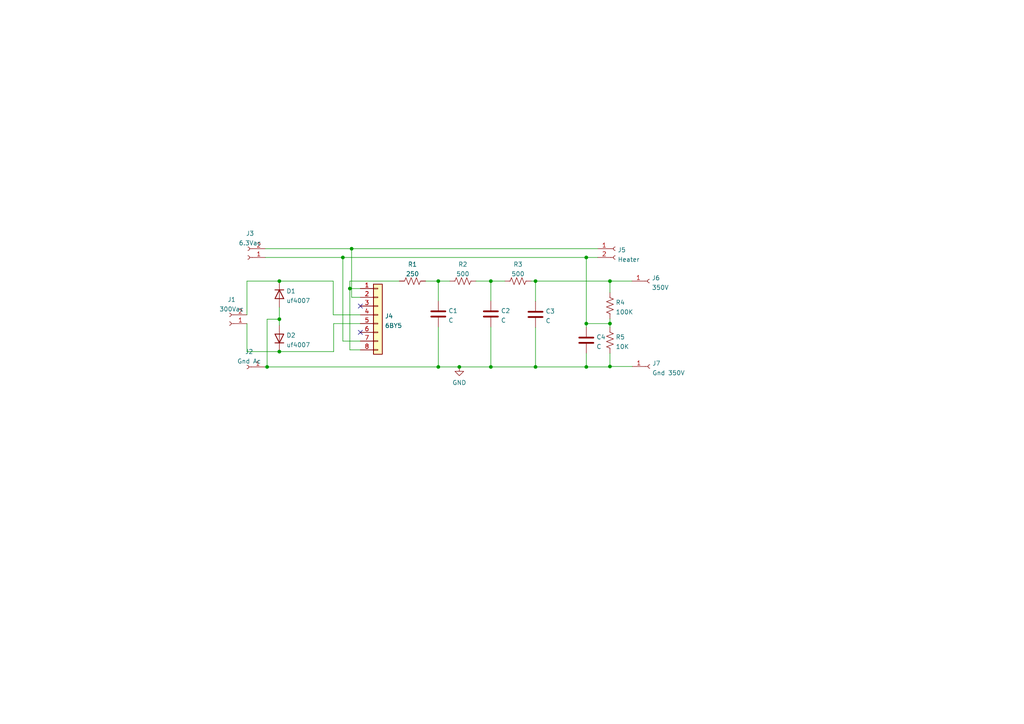
<source format=kicad_sch>
(kicad_sch (version 20211123) (generator eeschema)
  (paper "A4")
  (lib_symbols
    (symbol "Connector:Conn_01x01_Female" (pin_names (offset 1.016) hide)
      (property "Reference" "J" (at 0 2.54 0))
      (property "Value" "Conn_01x01_Female" (at 0 -2.54 0))
      (symbol "Conn_01x01_Female_1_1"
        (polyline (pts (xy -1.27 0) (xy -0.508 0)) (stroke (width 0.1524)))
        (arc (start 0 0.508) (mid -0.508 0) (end 0 -0.508) (stroke (width 0.1524)))
        (pin passive line (at -5.08 0 0) (length 3.81) (name "Pin_1") (number "1"))
      )
    )
    (symbol "Connector:Conn_01x02_Female" (pin_names (offset 1.016) hide)
      (property "Reference" "J" (at 0 2.54 0))
      (property "Value" "Conn_01x02_Female" (at 0 -5.08 0))
      (symbol "Conn_01x02_Female_1_1"
        (arc (start 0 -2.032) (mid -0.508 -2.54) (end 0 -3.048) (stroke (width 0.1524)))
        (polyline (pts (xy -1.27 -2.54) (xy -0.508 -2.54)) (stroke (width 0.1524)))
        (polyline (pts (xy -1.27 0) (xy -0.508 0)) (stroke (width 0.1524)))
        (arc (start 0 0.508) (mid -0.508 0) (end 0 -0.508) (stroke (width 0.1524)))
        (pin passive line (at -5.08 0 0) (length 3.81) (name "Pin_1") (number "1"))
        (pin passive line (at -5.08 -2.54 0) (length 3.81) (name "Pin_2") (number "2"))
      )
    )
    (symbol "Connector_Generic:Conn_01x08" (pin_names (offset 1.016) hide)
      (property "Reference" "J" (at 0 10.16 0))
      (property "Value" "Conn_01x08" (at 0 -12.7 0))
      (symbol "Conn_01x08_1_1"
        (rectangle (start -1.27 -10.033) (end 0 -10.287) (stroke (width 0.1524)))
        (rectangle (start -1.27 -7.493) (end 0 -7.747) (stroke (width 0.1524)))
        (rectangle (start -1.27 -4.953) (end 0 -5.207) (stroke (width 0.1524)))
        (rectangle (start -1.27 -2.413) (end 0 -2.667) (stroke (width 0.1524)))
        (rectangle (start -1.27 0.127) (end 0 -0.127) (stroke (width 0.1524)))
        (rectangle (start -1.27 2.667) (end 0 2.413) (stroke (width 0.1524)))
        (rectangle (start -1.27 5.207) (end 0 4.953) (stroke (width 0.1524)))
        (rectangle (start -1.27 7.747) (end 0 7.493) (stroke (width 0.1524)))
        (rectangle (start -1.27 8.89) (end 1.27 -11.43) (stroke (width 0.254)) (fill (type background)))
        (pin passive line (at -5.08 7.62 0) (length 3.81) (name "Pin_1") (number "1"))
        (pin passive line (at -5.08 5.08 0) (length 3.81) (name "Pin_2") (number "2"))
        (pin passive line (at -5.08 2.54 0) (length 3.81) (name "Pin_3") (number "3"))
        (pin passive line (at -5.08 0 0) (length 3.81) (name "Pin_4") (number "4"))
        (pin passive line (at -5.08 -2.54 0) (length 3.81) (name "Pin_5") (number "5"))
        (pin passive line (at -5.08 -5.08 0) (length 3.81) (name "Pin_6") (number "6"))
        (pin passive line (at -5.08 -7.62 0) (length 3.81) (name "Pin_7") (number "7"))
        (pin passive line (at -5.08 -10.16 0) (length 3.81) (name "Pin_8") (number "8"))
      )
    )
    (symbol "Device:C" (pin_numbers hide) (pin_names (offset 0.254))
      (property "Reference" "C" (at 0.635 2.54 0))
      (property "Value" "C" (at 0.635 -2.54 0))
      (symbol "C_0_1"
        (polyline (pts (xy -2.032 -0.762) (xy 2.032 -0.762)) (stroke (width 0.508)))
        (polyline (pts (xy -2.032 0.762) (xy 2.032 0.762)) (stroke (width 0.508)))
      )
      (symbol "C_1_1"
        (pin passive line (at 0 3.81 270) (length 2.794) (name "~") (number "1"))
        (pin passive line (at 0 -3.81 90) (length 2.794) (name "~") (number "2"))
      )
    )
    (symbol "Device:D" (pin_numbers hide) (pin_names (offset 1.016) hide)
      (property "Reference" "D" (at 0 2.54 0))
      (property "Value" "D" (at 0 -2.54 0))
      (symbol "D_0_1"
        (polyline (pts (xy -1.27 1.27) (xy -1.27 -1.27)) (stroke (width 0.254)))
        (polyline (pts (xy 1.27 0) (xy -1.27 0)))
        (polyline (pts (xy 1.27 1.27) (xy 1.27 -1.27) (xy -1.27 0) (xy 1.27 1.27)) (stroke (width 0.254)))
      )
      (symbol "D_1_1"
        (pin passive line (at -3.81 0 0) (length 2.54) (name "K") (number "1"))
        (pin passive line (at 3.81 0 180) (length 2.54) (name "A") (number "2"))
      )
    )
    (symbol "Device:R_US" (pin_numbers hide) (pin_names (offset 0))
      (property "Reference" "R" (at 2.54 0 90))
      (property "Value" "R_US" (at -2.54 0 90))
      (symbol "R_US_0_1"
        (polyline (pts (xy 0 -2.286) (xy 0 -2.54)))
        (polyline (pts (xy 0 2.286) (xy 0 2.54)))
        (polyline (pts (xy 0 -0.762) (xy 1.016 -1.143) (xy 0 -1.524) (xy -1.016 -1.905) (xy 0 -2.286)))
        (polyline (pts (xy 0 0.762) (xy 1.016 0.381) (xy 0 0) (xy -1.016 -0.381) (xy 0 -0.762)))
        (polyline (pts (xy 0 2.286) (xy 1.016 1.905) (xy 0 1.524) (xy -1.016 1.143) (xy 0 0.762)))
      )
      (symbol "R_US_1_1"
        (pin passive line (at 0 3.81 270) (length 1.27) (name "~") (number "1"))
        (pin passive line (at 0 -3.81 90) (length 1.27) (name "~") (number "2"))
      )
    )
    (symbol "power:GND" (power) (pin_names (offset 0))
      (property "Value" "GND" (at 0 -3.81 0))
      (symbol "GND_0_1"
        (polyline (pts (xy 0 0) (xy 0 -1.27) (xy 1.27 -1.27) (xy 0 -2.54) (xy -1.27 -1.27) (xy 0 -1.27)))
      )
      (symbol "GND_1_1"
        (pin power_in line (at 0 0 270) (length 0) hide (name "GND") (number "1"))
      )
    )
  )
  (junction (at 155.321 81.534))
  (junction (at 81.026 101.981))
  (junction (at 142.367 81.534))
  (junction (at 176.911 106.299))
  (junction (at 101.473 83.693))
  (junction (at 155.321 106.426))
  (junction (at 170.053 93.853))
  (junction (at 142.367 106.426))
  (junction (at 170.053 74.676))
  (junction (at 99.441 74.676))
  (junction (at 127.127 106.426))
  (junction (at 81.026 81.534))
  (junction (at 127.127 81.534))
  (junction (at 133.223 106.426))
  (junction (at 170.053 106.426))
  (junction (at 77.47 106.426))
  (junction (at 81.026 92.583))
  (junction (at 176.911 81.534))
  (junction (at 176.911 93.853))
  (junction (at 101.981 72.136))
  (no_connect (at 104.521 96.393))
  (no_connect (at 104.521 88.773))
  (wire (pts (xy 154.051 81.534) (xy 155.321 81.534)))
  (wire (pts (xy 170.053 74.676) (xy 170.053 93.853)))
  (wire (pts (xy 81.026 81.534) (xy 96.647 81.534)))
  (wire (pts (xy 127.127 81.534) (xy 127.127 87.249)))
  (wire (pts (xy 176.911 106.299) (xy 176.911 106.426)))
  (wire (pts (xy 176.911 102.489) (xy 176.911 106.299)))
  (wire (pts (xy 104.521 86.233) (xy 101.981 86.233)))
  (wire (pts (xy 138.049 81.534) (xy 142.367 81.534)))
  (wire (pts (xy 99.441 74.676) (xy 170.053 74.676)))
  (wire (pts (xy 71.628 81.534) (xy 81.026 81.534)))
  (wire (pts (xy 104.521 83.693) (xy 101.473 83.693)))
  (wire (pts (xy 76.962 74.676) (xy 99.441 74.676)))
  (wire (pts (xy 170.053 93.853) (xy 170.053 94.869)))
  (wire (pts (xy 104.521 93.853) (xy 96.774 93.853)))
  (wire (pts (xy 170.053 106.426) (xy 176.911 106.426)))
  (wire (pts (xy 142.367 87.249) (xy 142.367 81.534)))
  (wire (pts (xy 101.473 101.473) (xy 104.521 101.473)))
  (wire (pts (xy 76.708 106.426) (xy 77.47 106.426)))
  (wire (pts (xy 127.127 94.869) (xy 127.127 106.426)))
  (wire (pts (xy 155.321 81.534) (xy 176.911 81.534)))
  (wire (pts (xy 77.47 92.583) (xy 77.47 106.426)))
  (wire (pts (xy 170.053 93.853) (xy 176.911 93.853)))
  (wire (pts (xy 176.911 92.456) (xy 176.911 93.853)))
  (wire (pts (xy 96.647 81.534) (xy 96.647 91.313)))
  (wire (pts (xy 81.026 89.154) (xy 81.026 92.583)))
  (wire (pts (xy 127.127 81.534) (xy 130.429 81.534)))
  (wire (pts (xy 96.647 91.313) (xy 104.521 91.313)))
  (wire (pts (xy 170.053 74.676) (xy 173.355 74.676)))
  (wire (pts (xy 101.473 83.693) (xy 101.473 101.473)))
  (wire (pts (xy 76.962 72.136) (xy 101.981 72.136)))
  (wire (pts (xy 77.47 106.426) (xy 127.127 106.426)))
  (wire (pts (xy 115.824 81.534) (xy 101.473 81.534)))
  (wire (pts (xy 123.444 81.534) (xy 127.127 81.534)))
  (wire (pts (xy 77.47 92.583) (xy 81.026 92.583)))
  (wire (pts (xy 104.521 98.933) (xy 99.441 98.933)))
  (wire (pts (xy 155.321 106.426) (xy 170.053 106.426)))
  (wire (pts (xy 99.441 74.676) (xy 99.441 98.933)))
  (wire (pts (xy 81.026 92.583) (xy 81.026 94.361)))
  (wire (pts (xy 133.223 106.426) (xy 142.367 106.426)))
  (wire (pts (xy 96.774 93.853) (xy 96.774 101.981)))
  (wire (pts (xy 101.473 81.534) (xy 101.473 83.693)))
  (wire (pts (xy 71.628 93.853) (xy 71.628 101.981)))
  (wire (pts (xy 71.628 101.981) (xy 81.026 101.981)))
  (wire (pts (xy 101.981 86.233) (xy 101.981 72.136)))
  (wire (pts (xy 101.981 72.136) (xy 173.355 72.136)))
  (wire (pts (xy 176.911 81.534) (xy 176.911 84.836)))
  (wire (pts (xy 71.628 91.313) (xy 71.628 81.534)))
  (wire (pts (xy 96.774 101.981) (xy 81.026 101.981)))
  (wire (pts (xy 155.321 81.534) (xy 155.321 87.376)))
  (wire (pts (xy 170.053 102.489) (xy 170.053 106.426)))
  (wire (pts (xy 176.911 81.534) (xy 183.261 81.534)))
  (wire (pts (xy 127.127 106.426) (xy 133.223 106.426)))
  (wire (pts (xy 155.321 94.996) (xy 155.321 106.426)))
  (wire (pts (xy 142.367 81.534) (xy 146.431 81.534)))
  (wire (pts (xy 176.911 106.299) (xy 183.388 106.299)))
  (wire (pts (xy 142.367 94.869) (xy 142.367 106.426)))
  (wire (pts (xy 142.367 106.426) (xy 155.321 106.426)))
  (wire (pts (xy 176.911 93.853) (xy 176.911 94.869)))
  (symbol (lib_id "Device:R_US") (at 119.634 81.534 90) (unit 1)
    (property "Reference" "R1" (at 119.634 76.6785 90))
    (property "Value" "250" (at 119.634 79.4536 90))
    (property "Footprint" "Resistor_THT:R_Axial_DIN0922_L20.0mm_D9.0mm_P30.48mm_Horizontal" (effects hide))
  )
  (symbol (lib_id "Device:C") (at 142.367 91.059 0) (unit 1)
    (property "Reference" "C2" (at 145.288 90.1505 0) (effects (justify left)))
    (property "Value" "C" (at 145.288 92.9256 0) (effects (justify left)))
    (property "Footprint" "Capacitor_THT:C_Rect_L31.5mm_W15.0mm_P27.50mm_MKS4" (effects hide))
  )
  (symbol (lib_id "Device:R_US") (at 176.911 98.679 180) (unit 1)
    (property "Reference" "R5" (at 178.562 97.7705 0) (effects (justify right)))
    (property "Value" "10K" (at 178.562 100.5456 0) (effects (justify right)))
    (property "Footprint" "Resistor_THT:R_Axial_DIN0922_L20.0mm_D9.0mm_P30.48mm_Horizontal" (effects hide))
  )
  (symbol (lib_id "Connector_Generic:Conn_01x08") (at 109.601 91.313 0) (unit 1)
    (property "Reference" "J4" (at 111.633 91.6745 0) (effects (justify left)))
    (property "Value" "6BY5" (at 111.633 94.4496 0) (effects (justify left)))
    (property "Footprint" "Valve:Valve_Octal" (effects hide))
  )
  (symbol (lib_id "Device:D") (at 81.026 85.344 270) (unit 1)
    (property "Reference" "D1" (at 83.058 84.4355 90) (effects (justify left)))
    (property "Value" "uf4007" (at 83.058 87.2106 90) (effects (justify left)))
    (property "Footprint" "Diode_THT:D_5W_P12.70mm_Horizontal" (effects hide))
  )
  (symbol (lib_id "Device:C") (at 127.127 91.059 0) (unit 1)
    (property "Reference" "C1" (at 130.048 90.1505 0) (effects (justify left)))
    (property "Value" "C" (at 130.048 92.9256 0) (effects (justify left)))
    (property "Footprint" "Capacitor_THT:C_Rect_L31.5mm_W15.0mm_P27.50mm_MKS4" (effects hide))
  )
  (symbol (lib_id "Connector:Conn_01x01_Female") (at 188.468 106.299 0) (unit 1)
    (property "Reference" "J7" (at 189.1792 105.3905 0) (effects (justify left)))
    (property "Value" "Gnd 350V" (at 189.1792 108.1656 0) (effects (justify left)))
    (property "Footprint" "Connector_Wire:SolderWire-2sqmm_1x01_D2mm_OD3.9mm" (effects hide))
  )
  (symbol (lib_id "Device:C") (at 155.321 91.186 0) (unit 1)
    (property "Reference" "C3" (at 158.242 90.2775 0) (effects (justify left)))
    (property "Value" "C" (at 158.242 93.0526 0) (effects (justify left)))
    (property "Footprint" "Capacitor_THT:C_Rect_L31.5mm_W15.0mm_P27.50mm_MKS4" (effects hide))
  )
  (symbol (lib_id "Device:D") (at 81.026 98.171 90) (unit 1)
    (property "Reference" "D2" (at 83.058 97.2625 90) (effects (justify right)))
    (property "Value" "uf4007" (at 83.058 100.0376 90) (effects (justify right)))
    (property "Footprint" "Diode_THT:D_5W_P12.70mm_Horizontal" (effects hide))
  )
  (symbol (lib_id "Device:R_US") (at 150.241 81.534 90) (unit 1)
    (property "Reference" "R3" (at 150.241 76.6785 90))
    (property "Value" "500" (at 150.241 79.4536 90))
    (property "Footprint" "Resistor_THT:R_Axial_DIN0922_L20.0mm_D9.0mm_P30.48mm_Horizontal" (effects hide))
  )
  (symbol (lib_id "Connector:Conn_01x01_Female") (at 188.341 81.534 0) (unit 1)
    (property "Reference" "J6" (at 189.0522 80.6255 0) (effects (justify left)))
    (property "Value" "350V" (at 189.0522 83.4006 0) (effects (justify left)))
    (property "Footprint" "Connector_Wire:SolderWire-2sqmm_1x01_D2mm_OD3.9mm" (effects hide))
  )
  (symbol (lib_id "Connector:Conn_01x02_Female") (at 71.882 74.676 180) (unit 1)
    (property "Reference" "J3" (at 72.517 67.7123 0))
    (property "Value" "6.3Vac" (at 72.517 70.4874 0))
    (property "Footprint" "Connector_Wire:SolderWire-2sqmm_1x02_P7.8mm_D2mm_OD3.9mm" (effects hide))
  )
  (symbol (lib_id "Device:C") (at 170.053 98.679 0) (unit 1)
    (property "Reference" "C4" (at 172.974 97.7705 0) (effects (justify left)))
    (property "Value" "C" (at 172.974 100.5456 0) (effects (justify left)))
    (property "Footprint" "Capacitor_THT:C_Rect_L31.5mm_W15.0mm_P27.50mm_MKS4" (effects hide))
  )
  (symbol (lib_id "power:GND") (at 133.223 106.426 0) (unit 1)
    (property "Reference" "#PWR?" (effects hide))
    (property "Value" "GND" (at 133.223 110.9885 0))
  )
  (symbol (lib_id "Connector:Conn_01x01_Female") (at 71.628 106.426 180) (unit 1)
    (property "Reference" "J2" (at 72.263 102.0023 0))
    (property "Value" "Gnd Ac" (at 72.263 104.7774 0))
    (property "Footprint" "Connector_Wire:SolderWire-2sqmm_1x01_D2mm_OD3.9mm" (effects hide))
  )
  (symbol (lib_id "Connector:Conn_01x02_Female") (at 66.548 93.853 180) (unit 1)
    (property "Reference" "J1" (at 67.183 86.8893 0))
    (property "Value" "300Vac" (at 67.183 89.6644 0))
    (property "Footprint" "Connector_Wire:SolderWire-2sqmm_1x02_P7.8mm_D2mm_OD3.9mm" (effects hide))
  )
  (symbol (lib_id "Device:R_US") (at 176.911 88.646 180) (unit 1)
    (property "Reference" "R4" (at 178.562 87.7375 0) (effects (justify right)))
    (property "Value" "100K" (at 178.562 90.5126 0) (effects (justify right)))
    (property "Footprint" "Resistor_THT:R_Axial_DIN0922_L20.0mm_D9.0mm_P30.48mm_Horizontal" (effects hide))
  )
  (symbol (lib_id "Connector:Conn_01x02_Female") (at 178.435 72.136 0) (unit 1)
    (property "Reference" "J5" (at 179.1462 72.4975 0) (effects (justify left)))
    (property "Value" "Heater" (at 179.1462 75.2726 0) (effects (justify left)))
    (property "Footprint" "Connector_Wire:SolderWire-2sqmm_1x02_P7.8mm_D2mm_OD3.9mm" (effects hide))
  )
  (symbol (lib_id "Device:R_US") (at 134.239 81.534 90) (unit 1)
    (property "Reference" "R2" (at 134.239 76.6785 90))
    (property "Value" "500" (at 134.239 79.4536 90))
    (property "Footprint" "Resistor_THT:R_Axial_DIN0922_L20.0mm_D9.0mm_P30.48mm_Horizontal" (effects hide))
  )
)
</source>
